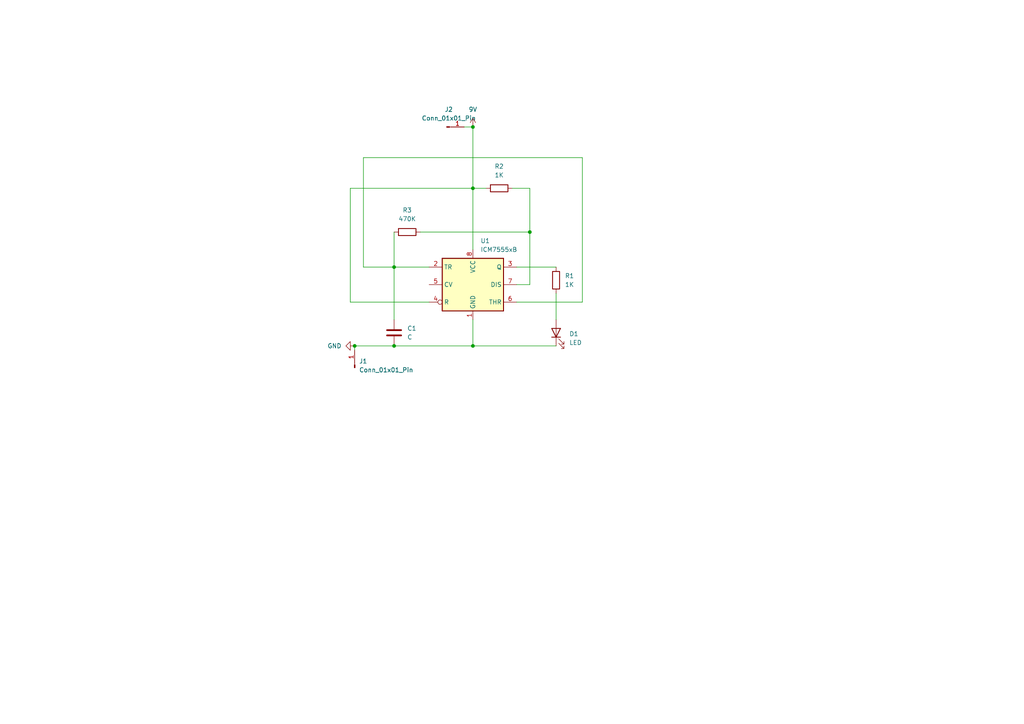
<source format=kicad_sch>
(kicad_sch (version 20231120) (generator "eeschema") (generator_version "8.0")
  (paper "A4")
  (lib_symbols
    (symbol "Connector:Conn_01x01_Pin" (pin_names (offset 1.016) hide)
      (property "Reference" "J" (at 0 2.54 0))
      (property "Value" "Conn_01x01_Pin" (at 0 -2.54 0))
      (symbol "Conn_01x01_Pin_1_1"
        (polyline (pts (xy 1.27 0) (xy 0.8636 0)) (stroke (width 0.1524)))
        (rectangle (start 0.8636 0.127) (end 0 -0.127) (stroke (width 0.1524)) (fill (type outline)))
        (pin passive line (at 5.08 0 180) (length 3.81) (name "Pin_1") (number "1"))
      )
    )
    (symbol "Device:C" (pin_numbers hide) (pin_names (offset 0.254))
      (property "Reference" "C" (at 0.635 2.54 0))
      (property "Value" "C" (at 0.635 -2.54 0))
      (symbol "C_0_1"
        (polyline (pts (xy -2.032 -0.762) (xy 2.032 -0.762)) (stroke (width 0.508)))
        (polyline (pts (xy -2.032 0.762) (xy 2.032 0.762)) (stroke (width 0.508)))
      )
      (symbol "C_1_1"
        (pin passive line (at 0 3.81 270) (length 2.794) (name "~") (number "1"))
        (pin passive line (at 0 -3.81 90) (length 2.794) (name "~") (number "2"))
      )
    )
    (symbol "Device:LED" (pin_numbers hide) (pin_names (offset 1.016) hide)
      (property "Reference" "D" (at 0 2.54 0))
      (property "Value" "LED" (at 0 -2.54 0))
      (symbol "LED_0_1"
        (polyline (pts (xy -1.27 -1.27) (xy -1.27 1.27)) (stroke (width 0.254)))
        (polyline (pts (xy -1.27 0) (xy 1.27 0)))
        (polyline (pts (xy 1.27 -1.27) (xy 1.27 1.27) (xy -1.27 0) (xy 1.27 -1.27)) (stroke (width 0.254)))
        (polyline (pts (xy -3.048 -0.762) (xy -4.572 -2.286) (xy -3.81 -2.286) (xy -4.572 -2.286) (xy -4.572 -1.524)))
        (polyline (pts (xy -1.778 -0.762) (xy -3.302 -2.286) (xy -2.54 -2.286) (xy -3.302 -2.286) (xy -3.302 -1.524)))
      )
      (symbol "LED_1_1"
        (pin passive line (at -3.81 0 0) (length 2.54) (name "K") (number "1"))
        (pin passive line (at 3.81 0 180) (length 2.54) (name "A") (number "2"))
      )
    )
    (symbol "Device:R" (pin_numbers hide) (pin_names (offset 0))
      (property "Reference" "R" (at 2.032 0 90))
      (property "Value" "R" (at 0 0 90))
      (symbol "R_0_1"
        (rectangle (start -1.016 -2.54) (end 1.016 2.54) (stroke (width 0.254)))
      )
      (symbol "R_1_1"
        (pin passive line (at 0 3.81 270) (length 1.27) (name "~") (number "1"))
        (pin passive line (at 0 -3.81 90) (length 1.27) (name "~") (number "2"))
      )
    )
    (symbol "Timer:ICM7555xB"
      (property "Reference" "U" (at -10.16 8.89 0))
      (property "Value" "ICM7555xB" (at 2.54 8.89 0))
      (symbol "ICM7555xB_0_0"
        (pin power_in line (at 0 -10.16 90) (length 2.54) (name "GND") (number "1"))
        (pin power_in line (at 0 10.16 270) (length 2.54) (name "VCC") (number "8"))
      )
      (symbol "ICM7555xB_0_1"
        (rectangle (start -8.89 -7.62) (end 8.89 7.62) (stroke (width 0.254)) (fill (type background)))
        (rectangle (start -8.89 -7.62) (end 8.89 7.62) (stroke (width 0.254)) (fill (type background)))
      )
      (symbol "ICM7555xB_1_1"
        (pin input line (at -12.7 5.08 0) (length 3.81) (name "TR") (number "2"))
        (pin output line (at 12.7 5.08 180) (length 3.81) (name "Q") (number "3"))
        (pin input inverted (at -12.7 -5.08 0) (length 3.81) (name "R") (number "4"))
        (pin input line (at -12.7 0 0) (length 3.81) (name "CV") (number "5"))
        (pin input line (at 12.7 -5.08 180) (length 3.81) (name "THR") (number "6"))
        (pin input line (at 12.7 0 180) (length 3.81) (name "DIS") (number "7"))
      )
    )
    (symbol "power:GND" (power) (pin_numbers hide) (pin_names (offset 0) hide)
      (property "Value" "GND" (at 0 -3.81 0))
      (symbol "GND_0_1"
        (polyline (pts (xy 0 0) (xy 0 -1.27) (xy 1.27 -1.27) (xy 0 -2.54) (xy -1.27 -1.27) (xy 0 -1.27)))
      )
      (symbol "GND_1_1"
        (pin power_in line (at 0 0 270) (length 0) (name "~") (number "1"))
      )
    )
    (symbol "power:VCC" (power) (pin_numbers hide) (pin_names (offset 0) hide)
      (property "Value" "VCC" (at 0 3.556 0))
      (symbol "VCC_0_1"
        (polyline (pts (xy -0.762 1.27) (xy 0 2.54)))
        (polyline (pts (xy 0 0) (xy 0 2.54)))
        (polyline (pts (xy 0 2.54) (xy 0.762 1.27)))
      )
      (symbol "VCC_1_1"
        (pin power_in line (at 0 0 90) (length 0) (name "~") (number "1"))
      )
    )
  )
  (junction (at 153.67 67.31))
  (junction (at 114.3 77.47))
  (junction (at 137.16 100.33))
  (junction (at 137.16 54.61))
  (junction (at 114.3 100.33))
  (junction (at 137.16 36.83))
  (junction (at 102.87 100.33))
  (wire (pts (xy 114.3 77.47) (xy 114.3 92.71)))
  (wire (pts (xy 124.46 87.63) (xy 101.6 87.63)))
  (wire (pts (xy 153.67 54.61) (xy 153.67 67.31)))
  (wire (pts (xy 101.6 87.63) (xy 101.6 54.61)))
  (wire (pts (xy 114.3 77.47) (xy 124.46 77.47)))
  (wire (pts (xy 101.6 54.61) (xy 137.16 54.61)))
  (wire (pts (xy 102.87 100.33) (xy 114.3 100.33)))
  (wire (pts (xy 149.86 77.47) (xy 161.29 77.47)))
  (wire (pts (xy 153.67 82.55) (xy 149.86 82.55)))
  (wire (pts (xy 153.67 54.61) (xy 148.59 54.61)))
  (wire (pts (xy 137.16 100.33) (xy 161.29 100.33)))
  (wire (pts (xy 161.29 92.71) (xy 161.29 85.09)))
  (wire (pts (xy 102.87 100.33) (xy 102.87 101.6)))
  (wire (pts (xy 137.16 100.33) (xy 137.16 92.71)))
  (wire (pts (xy 105.41 77.47) (xy 114.3 77.47)))
  (wire (pts (xy 153.67 67.31) (xy 153.67 82.55)))
  (wire (pts (xy 105.41 45.72) (xy 105.41 77.47)))
  (wire (pts (xy 137.16 36.83) (xy 137.16 54.61)))
  (wire (pts (xy 114.3 100.33) (xy 137.16 100.33)))
  (wire (pts (xy 168.91 87.63) (xy 168.91 45.72)))
  (wire (pts (xy 149.86 87.63) (xy 168.91 87.63)))
  (wire (pts (xy 168.91 45.72) (xy 105.41 45.72)))
  (wire (pts (xy 121.92 67.31) (xy 153.67 67.31)))
  (wire (pts (xy 114.3 67.31) (xy 114.3 77.47)))
  (wire (pts (xy 137.16 54.61) (xy 140.97 54.61)))
  (wire (pts (xy 137.16 54.61) (xy 137.16 72.39)))
  (wire (pts (xy 134.62 36.83) (xy 137.16 36.83)))
  (symbol (lib_id "Device:R") (at 144.78 54.61 90) (unit 1)
    (property "Reference" "R2" (at 144.78 48.26 90))
    (property "Value" "1K" (at 144.78 50.8 90))
    (property "Footprint" "Resistor_SMD:R_0805_2012Metric_Pad1.20x1.40mm_HandSolder" (effects (hide yes)))
    (property "Description" "Resistor" (effects (hide yes)))
  )
  (symbol (lib_id "Device:R") (at 161.29 81.28 0) (unit 1)
    (property "Reference" "R1" (at 163.83 80.0099 0) (effects (justify left)))
    (property "Value" "1K" (at 163.83 82.5499 0) (effects (justify left)))
    (property "Footprint" "Resistor_SMD:R_0805_2012Metric_Pad1.20x1.40mm_HandSolder" (effects (hide yes)))
    (property "Description" "Resistor" (effects (hide yes)))
  )
  (symbol (lib_id "Connector:Conn_01x01_Pin") (at 102.87 106.68 90) (unit 1)
    (property "Reference" "J1" (at 104.14 104.7749 90) (effects (justify right)))
    (property "Value" "Conn_01x01_Pin" (at 104.14 107.3149 90) (effects (justify right)))
    (property "Description" "Generic connector, single row, 01x01, script generated" (effects (hide yes)))
  )
  (symbol (lib_id "Device:C") (at 114.3 96.52 0) (unit 1)
    (property "Reference" "C1" (at 118.11 95.2499 0) (effects (justify left)))
    (property "Value" "C" (at 118.11 97.7899 0) (effects (justify left)))
    (property "Footprint" "Capacitor_SMD:CP_Elec_4x5.3" (effects (hide yes)))
    (property "Description" "Unpolarized capacitor" (effects (hide yes)))
  )
  (symbol (lib_id "Device:LED") (at 161.29 96.52 90) (unit 1)
    (property "Reference" "D1" (at 165.1 96.8374 90) (effects (justify right)))
    (property "Value" "LED" (at 165.1 99.3774 90) (effects (justify right)))
    (property "Footprint" "LED_SMD:LED_2512_6332Metric_Pad1.52x3.35mm_HandSolder" (effects (hide yes)))
    (property "Description" "Light emitting diode" (effects (hide yes)))
  )
  (symbol (lib_id "Device:R") (at 118.11 67.31 90) (unit 1)
    (property "Reference" "R3" (at 118.11 60.96 90))
    (property "Value" "470K" (at 118.11 63.5 90))
    (property "Footprint" "Resistor_SMD:R_0805_2012Metric_Pad1.20x1.40mm_HandSolder" (effects (hide yes)))
    (property "Description" "Resistor" (effects (hide yes)))
  )
  (symbol (lib_id "Connector:Conn_01x01_Pin") (at 129.54 36.83 0) (unit 1)
    (property "Reference" "J2" (at 130.175 31.75 0))
    (property "Value" "Conn_01x01_Pin" (at 130.175 34.29 0))
    (property "Description" "Generic connector, single row, 01x01, script generated" (effects (hide yes)))
  )
  (symbol (lib_id "power:GND") (at 102.87 100.33 270) (unit 1)
    (property "Reference" "#PWR01" (effects (hide yes)))
    (property "Value" "GND" (at 99.06 100.3299 90) (effects (justify right)))
    (property "Description" "Power symbol creates a global label with name \"GND\" , ground" (effects (hide yes)))
  )
  (symbol (lib_id "power:VCC") (at 137.16 36.83 0) (unit 1)
    (property "Reference" "#PWR02" (effects (hide yes)))
    (property "Value" "9V" (at 137.16 31.75 0))
    (property "Description" "Power symbol creates a global label with name \"VCC\"" (effects (hide yes)))
  )
  (symbol (lib_id "Timer:ICM7555xB") (at 137.16 82.55 0) (unit 1)
    (property "Reference" "U1" (at 139.3541 69.85 0) (effects (justify left)))
    (property "Value" "ICM7555xB" (at 139.3541 72.39 0) (effects (justify left)))
    (property "Footprint" "Package_SO:SOIC-8_3.9x4.9mm_P1.27mm" (effects (hide yes)))
    (property "Datasheet" "http://www.intersil.com/content/dam/Intersil/documents/icm7/icm7555-56.pdf" (effects (hide yes)))
    (property "Description" "CMOS General Purpose Timer, 555 compatible, SOIC-8" (effects (hide yes)))
  )
)
</source>
